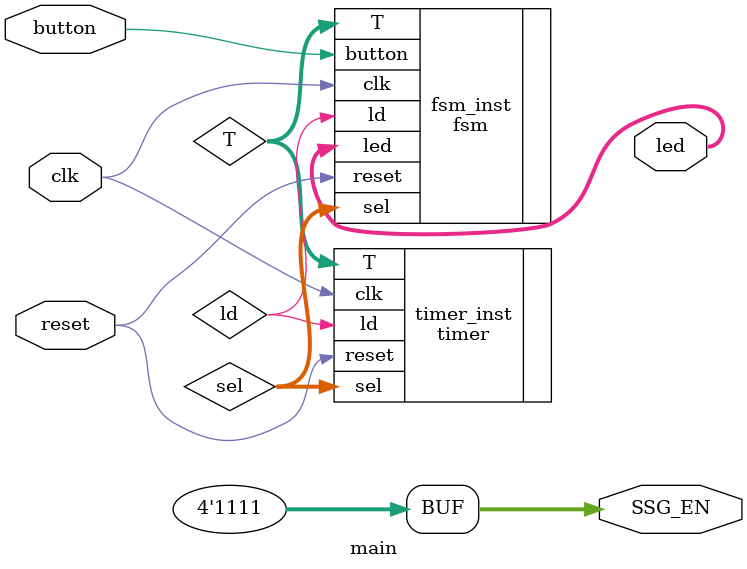
<source format=v>
`timescale 1ns / 1ps


module main(
    input           clk,
    input           reset,
    input           button,
    output [2:0]    led,
    output [3:0]    SSG_EN
    );

    wire [3:0]  sel;
    wire [3:0]  T;
    wire        ld;
    
    fsm fsm_inst(
        .clk    (clk),
        .reset  (reset),
        .button (button),
        .T      (T),
        .sel    (sel),
        .ld     (ld),
        .led    (led)
    );
    
    timer timer_inst(
        .clk    (clk),
        .reset  (reset),
        .ld     (ld),
        .sel    (sel),
        .T      (T)
    );
        
    assign SSG_EN  =   4'b1111;   // disable the 7-segment LEDs
    
endmodule

</source>
